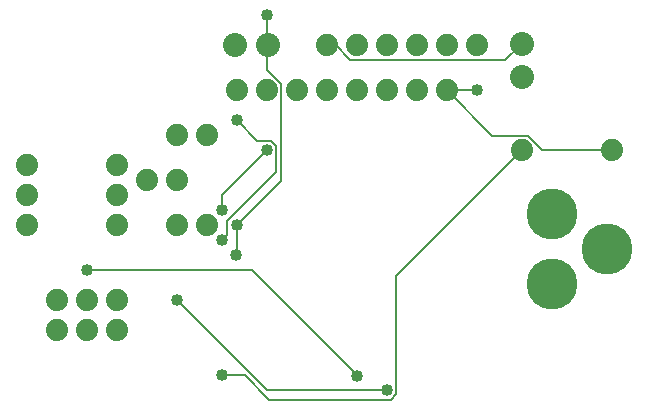
<source format=gbr>
G04 EAGLE Gerber RS-274X export*
G75*
%MOMM*%
%FSLAX34Y34*%
%LPD*%
%INBottom Copper*%
%IPPOS*%
%AMOC8*
5,1,8,0,0,1.08239X$1,22.5*%
G01*
%ADD10C,2.032000*%
%ADD11C,1.879600*%
%ADD12C,4.318000*%
%ADD13C,1.016000*%
%ADD14C,0.203200*%


D10*
X558800Y407670D03*
X558800Y379730D03*
X344170Y406400D03*
X316230Y406400D03*
D11*
X292100Y330200D03*
X266700Y330200D03*
X292100Y254000D03*
X266700Y254000D03*
X266700Y292100D03*
X241300Y292100D03*
D12*
X584200Y264000D03*
X584200Y204000D03*
X631200Y234000D03*
D11*
X393700Y406400D03*
X419100Y406400D03*
X444500Y406400D03*
X469900Y406400D03*
X495300Y406400D03*
X520700Y406400D03*
X215900Y190500D03*
X215900Y165100D03*
X190500Y190500D03*
X190500Y165100D03*
X165100Y190500D03*
X165100Y165100D03*
X495300Y368300D03*
X469900Y368300D03*
X444500Y368300D03*
X419100Y368300D03*
X393700Y368300D03*
X368300Y368300D03*
X342900Y368300D03*
X317500Y368300D03*
X139700Y254000D03*
X215900Y254000D03*
X139700Y279400D03*
X215900Y279400D03*
X139700Y304800D03*
X215900Y304800D03*
X558800Y317500D03*
X635000Y317500D03*
D13*
X342900Y431800D03*
D14*
X342900Y385901D01*
X355346Y373455D01*
X355346Y291846D01*
X317500Y254000D01*
D13*
X317500Y254000D03*
D14*
X317500Y228600D01*
X316938Y228600D01*
D13*
X316938Y228600D03*
X469900Y406400D03*
X520700Y368300D03*
X520700Y368300D03*
X520700Y368300D03*
D14*
X495300Y368300D01*
X576401Y317500D02*
X635000Y317500D01*
X576401Y317500D02*
X563955Y329946D01*
X533654Y329946D02*
X495300Y368300D01*
X533654Y329946D02*
X563955Y329946D01*
D13*
X317500Y342900D03*
D14*
X346267Y325628D02*
X351028Y320867D01*
X309372Y245872D02*
X304800Y241300D01*
X309372Y245872D02*
X309372Y257367D01*
X351028Y299023D02*
X351028Y320867D01*
X351028Y299023D02*
X309372Y257367D01*
X334772Y325628D02*
X317500Y342900D01*
X334772Y325628D02*
X346267Y325628D01*
D13*
X304800Y241300D03*
X304800Y127000D03*
D14*
X324453Y127000D01*
X447867Y106172D02*
X452628Y110933D01*
X452628Y211328D02*
X558800Y317500D01*
X452628Y211328D02*
X452628Y110933D01*
X345281Y106172D02*
X324453Y127000D01*
X345281Y106172D02*
X447867Y106172D01*
D13*
X304800Y266700D03*
D14*
X304800Y279400D01*
X342900Y317500D01*
D13*
X342900Y317500D03*
D14*
X393700Y406400D02*
X401499Y406400D01*
X413945Y393954D01*
X545084Y393954D02*
X558800Y407670D01*
X545084Y393954D02*
X413945Y393954D01*
D13*
X266700Y190500D03*
D14*
X342900Y114300D01*
X444500Y114300D01*
D13*
X444500Y114300D03*
X190500Y215900D03*
D14*
X330200Y215900D01*
X419100Y127000D01*
X419100Y126438D01*
D13*
X419100Y126438D03*
M02*

</source>
